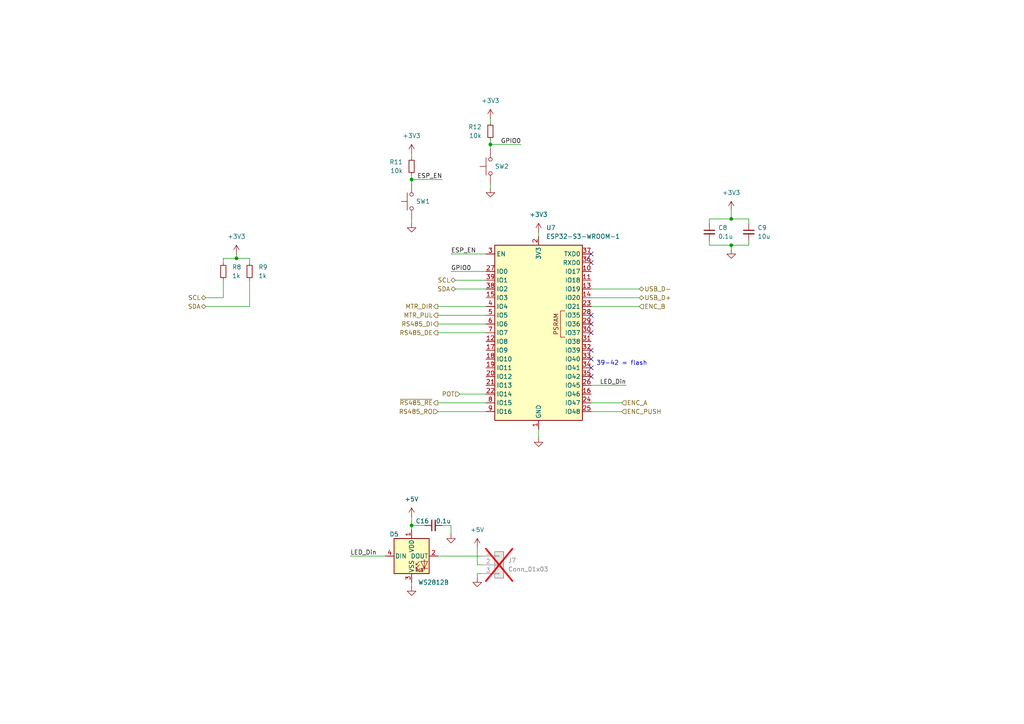
<source format=kicad_sch>
(kicad_sch (version 20231120) (generator "eeschema") (generator_version "8.0")
  (paper "A4")
  (title_block (title "OSSM!") (date "2024-08-21") (rev "V3.0 Beta 1") (company "Research & Desire"))
  (lib_symbols
    (symbol "Connector_Generic:Conn_01x03" (pin_names (offset 1.016) hide)
      (property "Reference" "J" (at 0 5.08 0))
      (property "Value" "Conn_01x03" (at 0 -5.08 0))
      (symbol "Conn_01x03_1_1"
        (rectangle (start -1.27 -2.413) (end 0 -2.667) (stroke (width 0.1524)))
        (rectangle (start -1.27 0.127) (end 0 -0.127) (stroke (width 0.1524)))
        (rectangle (start -1.27 2.667) (end 0 2.413) (stroke (width 0.1524)))
        (rectangle (start -1.27 3.81) (end 1.27 -3.81) (stroke (width 0.254)) (fill (type background)))
        (pin passive line (at -5.08 2.54 0) (length 3.81) (name "Pin_1") (number "1"))
        (pin passive line (at -5.08 0 0) (length 3.81) (name "Pin_2") (number "2"))
        (pin passive line (at -5.08 -2.54 0) (length 3.81) (name "Pin_3") (number "3"))
      )
    )
    (symbol "Device:C_Small" (pin_numbers hide) (pin_names (offset 0.254) hide)
      (property "Reference" "C" (at 0.254 1.778 0))
      (property "Value" "C_Small" (at 0.254 -2.032 0))
      (symbol "C_Small_0_1"
        (polyline (pts (xy -1.524 -0.508) (xy 1.524 -0.508)) (stroke (width 0.3302)))
        (polyline (pts (xy -1.524 0.508) (xy 1.524 0.508)) (stroke (width 0.3048)))
      )
      (symbol "C_Small_1_1"
        (pin passive line (at 0 2.54 270) (length 2.032) (name "~") (number "1"))
        (pin passive line (at 0 -2.54 90) (length 2.032) (name "~") (number "2"))
      )
    )
    (symbol "Device:R_Small" (pin_numbers hide) (pin_names (offset 0.254) hide)
      (property "Reference" "R" (at 0.762 0.508 0))
      (property "Value" "R_Small" (at 0.762 -1.016 0))
      (symbol "R_Small_0_1"
        (rectangle (start -0.762 1.778) (end 0.762 -1.778) (stroke (width 0.2032)))
      )
      (symbol "R_Small_1_1"
        (pin passive line (at 0 2.54 270) (length 0.762) (name "~") (number "1"))
        (pin passive line (at 0 -2.54 90) (length 0.762) (name "~") (number "2"))
      )
    )
    (symbol "LED:WS2812B" (pin_names (offset 0.254))
      (property "Reference" "D" (at 5.08 5.715 0))
      (property "Value" "WS2812B" (at 1.27 -5.715 0))
      (symbol "WS2812B_0_0"
        (text "RGB" (at 2.286 -4.191 0) (effects (font (size 0.762 0.762))))
      )
      (symbol "WS2812B_0_1"
        (polyline (pts (xy 1.27 -3.556) (xy 1.778 -3.556)))
        (polyline (pts (xy 1.27 -2.54) (xy 1.778 -2.54)))
        (polyline (pts (xy 4.699 -3.556) (xy 2.667 -3.556)))
        (polyline (pts (xy 2.286 -2.54) (xy 1.27 -3.556) (xy 1.27 -3.048)))
        (polyline (pts (xy 2.286 -1.524) (xy 1.27 -2.54) (xy 1.27 -2.032)))
        (polyline (pts (xy 3.683 -1.016) (xy 3.683 -3.556) (xy 3.683 -4.064)))
        (polyline (pts (xy 4.699 -1.524) (xy 2.667 -1.524) (xy 3.683 -3.556) (xy 4.699 -1.524)))
        (rectangle (start 5.08 5.08) (end -5.08 -5.08) (stroke (width 0.254)) (fill (type background)))
      )
      (symbol "WS2812B_1_1"
        (pin power_in line (at 0 7.62 270) (length 2.54) (name "VDD") (number "1"))
        (pin output line (at 7.62 0 180) (length 2.54) (name "DOUT") (number "2"))
        (pin power_in line (at 0 -7.62 90) (length 2.54) (name "VSS") (number "3"))
        (pin input line (at -7.62 0 0) (length 2.54) (name "DIN") (number "4"))
      )
    )
    (symbol "RF_Module:ESP32-S3-WROOM-1"
      (property "Reference" "U" (at -12.7 26.67 0))
      (property "Value" "ESP32-S3-WROOM-1" (at 12.7 26.67 0))
      (symbol "ESP32-S3-WROOM-1_0_0"
        (rectangle (start -12.7 25.4) (end 12.7 -25.4) (stroke (width 0.254)) (fill (type background)))
        (text "PSRAM" (at 5.08 2.54 900) (effects (font (size 1.27 1.27))))
      )
      (symbol "ESP32-S3-WROOM-1_0_1"
        (polyline (pts (xy 7.62 -1.27) (xy 6.35 -1.27) (xy 6.35 6.35) (xy 7.62 6.35)))
      )
      (symbol "ESP32-S3-WROOM-1_1_1"
        (pin power_in line (at 0 -27.94 90) (length 2.54) (name "GND") (number "1"))
        (pin bidirectional line (at 15.24 17.78 180) (length 2.54) (name "IO17") (number "10"))
        (pin bidirectional line (at 15.24 15.24 180) (length 2.54) (name "IO18") (number "11"))
        (pin bidirectional line (at -15.24 -2.54 0) (length 2.54) (name "IO8") (number "12"))
        (pin bidirectional line (at 15.24 12.7 180) (length 2.54) (name "IO19") (number "13"))
        (pin bidirectional line (at 15.24 10.16 180) (length 2.54) (name "IO20") (number "14"))
        (pin bidirectional line (at -15.24 10.16 0) (length 2.54) (name "IO3") (number "15"))
        (pin bidirectional line (at 15.24 -17.78 180) (length 2.54) (name "IO46") (number "16"))
        (pin bidirectional line (at -15.24 -5.08 0) (length 2.54) (name "IO9") (number "17"))
        (pin bidirectional line (at -15.24 -7.62 0) (length 2.54) (name "IO10") (number "18"))
        (pin bidirectional line (at -15.24 -10.16 0) (length 2.54) (name "IO11") (number "19"))
        (pin power_in line (at 0 27.94 270) (length 2.54) (name "3V3") (number "2"))
        (pin bidirectional line (at -15.24 -12.7 0) (length 2.54) (name "IO12") (number "20"))
        (pin bidirectional line (at -15.24 -15.24 0) (length 2.54) (name "IO13") (number "21"))
        (pin bidirectional line (at -15.24 -17.78 0) (length 2.54) (name "IO14") (number "22"))
        (pin bidirectional line (at 15.24 7.62 180) (length 2.54) (name "IO21") (number "23"))
        (pin bidirectional line (at 15.24 -20.32 180) (length 2.54) (name "IO47") (number "24"))
        (pin bidirectional line (at 15.24 -22.86 180) (length 2.54) (name "IO48") (number "25"))
        (pin bidirectional line (at 15.24 -15.24 180) (length 2.54) (name "IO45") (number "26"))
        (pin bidirectional line (at -15.24 17.78 0) (length 2.54) (name "IO0") (number "27"))
        (pin bidirectional line (at 15.24 5.08 180) (length 2.54) (name "IO35") (number "28"))
        (pin bidirectional line (at 15.24 2.54 180) (length 2.54) (name "IO36") (number "29"))
        (pin input line (at -15.24 22.86 0) (length 2.54) (name "EN") (number "3"))
        (pin bidirectional line (at 15.24 0 180) (length 2.54) (name "IO37") (number "30"))
        (pin bidirectional line (at 15.24 -2.54 180) (length 2.54) (name "IO38") (number "31"))
        (pin bidirectional line (at 15.24 -5.08 180) (length 2.54) (name "IO39") (number "32"))
        (pin bidirectional line (at 15.24 -7.62 180) (length 2.54) (name "IO40") (number "33"))
        (pin bidirectional line (at 15.24 -10.16 180) (length 2.54) (name "IO41") (number "34"))
        (pin bidirectional line (at 15.24 -12.7 180) (length 2.54) (name "IO42") (number "35"))
        (pin bidirectional line (at 15.24 20.32 180) (length 2.54) (name "RXD0") (number "36"))
        (pin bidirectional line (at 15.24 22.86 180) (length 2.54) (name "TXD0") (number "37"))
        (pin bidirectional line (at -15.24 12.7 0) (length 2.54) (name "IO2") (number "38"))
        (pin bidirectional line (at -15.24 15.24 0) (length 2.54) (name "IO1") (number "39"))
        (pin bidirectional line (at -15.24 7.62 0) (length 2.54) (name "IO4") (number "4"))
        (pin passive line (at 0 -27.94 90) (length 2.54) hide (name "GND") (number "40"))
        (pin passive line (at 0 -27.94 90) (length 2.54) hide (name "GND") (number "41"))
        (pin bidirectional line (at -15.24 5.08 0) (length 2.54) (name "IO5") (number "5"))
        (pin bidirectional line (at -15.24 2.54 0) (length 2.54) (name "IO6") (number "6"))
        (pin bidirectional line (at -15.24 0 0) (length 2.54) (name "IO7") (number "7"))
        (pin bidirectional line (at -15.24 -20.32 0) (length 2.54) (name "IO15") (number "8"))
        (pin bidirectional line (at -15.24 -22.86 0) (length 2.54) (name "IO16") (number "9"))
      )
    )
    (symbol "Switch:SW_Push" (pin_numbers hide) (pin_names (offset 1.016) hide)
      (property "Reference" "SW" (at 1.27 2.54 0))
      (property "Value" "SW_Push" (at 0 -1.524 0))
      (symbol "SW_Push_0_1"
        (circle (center -2.032 0) (radius 0.508))
        (polyline (pts (xy 0 1.27) (xy 0 3.048)))
        (polyline (pts (xy 2.54 1.27) (xy -2.54 1.27)))
        (circle (center 2.032 0) (radius 0.508))
        (pin passive line (at -5.08 0 0) (length 2.54) (name "1") (number "1"))
        (pin passive line (at 5.08 0 180) (length 2.54) (name "2") (number "2"))
      )
    )
    (symbol "power:+3V3" (power) (pin_numbers hide) (pin_names (offset 0) hide)
      (property "Value" "+3V3" (at 0 3.556 0))
      (symbol "+3V3_0_1"
        (polyline (pts (xy -0.762 1.27) (xy 0 2.54)))
        (polyline (pts (xy 0 0) (xy 0 2.54)))
        (polyline (pts (xy 0 2.54) (xy 0.762 1.27)))
      )
      (symbol "+3V3_1_1"
        (pin power_in line (at 0 0 90) (length 0) (name "~") (number "1"))
      )
    )
    (symbol "power:+5V" (power) (pin_numbers hide) (pin_names (offset 0) hide)
      (property "Value" "+5V" (at 0 3.556 0))
      (symbol "+5V_0_1"
        (polyline (pts (xy -0.762 1.27) (xy 0 2.54)))
        (polyline (pts (xy 0 0) (xy 0 2.54)))
        (polyline (pts (xy 0 2.54) (xy 0.762 1.27)))
      )
      (symbol "+5V_1_1"
        (pin power_in line (at 0 0 90) (length 0) (name "~") (number "1"))
      )
    )
    (symbol "power:GND" (power) (pin_numbers hide) (pin_names (offset 0) hide)
      (property "Value" "GND" (at 0 -3.81 0))
      (symbol "GND_0_1"
        (polyline (pts (xy 0 0) (xy 0 -1.27) (xy 1.27 -1.27) (xy 0 -2.54) (xy -1.27 -1.27) (xy 0 -1.27)))
      )
      (symbol "GND_1_1"
        (pin power_in line (at 0 0 270) (length 0) (name "~") (number "1"))
      )
    )
  )
  (junction (at 212.09 71.12))
  (junction (at 119.38 152.4))
  (junction (at 212.09 63.5))
  (junction (at 142.24 41.91))
  (junction (at 119.38 52.07))
  (junction (at 68.58 74.93))
  (no_connect (at 171.45 104.14))
  (no_connect (at 171.45 96.52))
  (no_connect (at 171.45 106.68))
  (no_connect (at 171.45 76.2))
  (no_connect (at 171.45 91.44))
  (no_connect (at 171.45 101.6))
  (no_connect (at 171.45 73.66))
  (no_connect (at 171.45 109.22))
  (no_connect (at 171.45 93.98))
  (wire (pts (xy 140.97 88.9) (xy 127 88.9)))
  (wire (pts (xy 119.38 149.86) (xy 119.38 152.4)))
  (wire (pts (xy 127 161.29) (xy 139.7 161.29)))
  (wire (pts (xy 133.35 114.3) (xy 140.97 114.3)))
  (wire (pts (xy 119.38 50.8) (xy 119.38 52.07)))
  (wire (pts (xy 64.77 76.2) (xy 64.77 74.93)))
  (wire (pts (xy 72.39 88.9) (xy 72.39 81.28)))
  (wire (pts (xy 119.38 52.07) (xy 128.27 52.07)))
  (wire (pts (xy 140.97 93.98) (xy 127 93.98)))
  (wire (pts (xy 156.21 124.46) (xy 156.21 127)))
  (wire (pts (xy 64.77 74.93) (xy 68.58 74.93)))
  (wire (pts (xy 171.45 86.36) (xy 185.42 86.36)))
  (wire (pts (xy 68.58 73.66) (xy 68.58 74.93)))
  (wire (pts (xy 212.09 63.5) (xy 212.09 60.96)))
  (wire (pts (xy 212.09 71.12) (xy 212.09 72.39)))
  (wire (pts (xy 101.6 161.29) (xy 111.76 161.29)))
  (wire (pts (xy 205.74 71.12) (xy 212.09 71.12)))
  (wire (pts (xy 64.77 81.28) (xy 64.77 86.36)))
  (wire (pts (xy 171.45 83.82) (xy 185.42 83.82)))
  (wire (pts (xy 138.43 158.75) (xy 138.43 163.83)))
  (wire (pts (xy 128.27 152.4) (xy 130.81 152.4)))
  (wire (pts (xy 130.81 152.4) (xy 130.81 154.94)))
  (wire (pts (xy 138.43 166.37) (xy 139.7 166.37)))
  (wire (pts (xy 59.69 88.9) (xy 72.39 88.9)))
  (wire (pts (xy 132.08 83.82) (xy 140.97 83.82)))
  (wire (pts (xy 72.39 74.93) (xy 72.39 76.2)))
  (wire (pts (xy 217.17 64.77) (xy 217.17 63.5)))
  (wire (pts (xy 140.97 119.38) (xy 127 119.38)))
  (wire (pts (xy 205.74 63.5) (xy 205.74 64.77)))
  (wire (pts (xy 140.97 96.52) (xy 127 96.52)))
  (wire (pts (xy 132.08 81.28) (xy 140.97 81.28)))
  (wire (pts (xy 119.38 152.4) (xy 123.19 152.4)))
  (wire (pts (xy 181.61 111.76) (xy 171.45 111.76)))
  (wire (pts (xy 142.24 40.64) (xy 142.24 41.91)))
  (wire (pts (xy 138.43 163.83) (xy 139.7 163.83)))
  (wire (pts (xy 138.43 167.64) (xy 138.43 166.37)))
  (wire (pts (xy 130.81 73.66) (xy 140.97 73.66)))
  (wire (pts (xy 119.38 152.4) (xy 119.38 153.67)))
  (wire (pts (xy 140.97 91.44) (xy 127 91.44)))
  (wire (pts (xy 142.24 41.91) (xy 151.13 41.91)))
  (wire (pts (xy 217.17 71.12) (xy 212.09 71.12)))
  (wire (pts (xy 119.38 63.5) (xy 119.38 64.77)))
  (wire (pts (xy 68.58 74.93) (xy 72.39 74.93)))
  (wire (pts (xy 205.74 63.5) (xy 212.09 63.5)))
  (wire (pts (xy 119.38 168.91) (xy 119.38 170.18)))
  (wire (pts (xy 185.42 88.9) (xy 171.45 88.9)))
  (wire (pts (xy 130.81 78.74) (xy 140.97 78.74)))
  (wire (pts (xy 142.24 34.29) (xy 142.24 35.56)))
  (wire (pts (xy 142.24 53.34) (xy 142.24 54.61)))
  (wire (pts (xy 180.34 119.38) (xy 171.45 119.38)))
  (wire (pts (xy 119.38 44.45) (xy 119.38 45.72)))
  (wire (pts (xy 119.38 52.07) (xy 119.38 53.34)))
  (wire (pts (xy 142.24 41.91) (xy 142.24 43.18)))
  (wire (pts (xy 217.17 69.85) (xy 217.17 71.12)))
  (wire (pts (xy 180.34 116.84) (xy 171.45 116.84)))
  (wire (pts (xy 140.97 116.84) (xy 127 116.84)))
  (wire (pts (xy 205.74 69.85) (xy 205.74 71.12)))
  (wire (pts (xy 156.21 67.31) (xy 156.21 68.58)))
  (wire (pts (xy 217.17 63.5) (xy 212.09 63.5)))
  (wire (pts (xy 59.69 86.36) (xy 64.77 86.36)))
  (text "39-42 = flash" (at 180.34 105.41 0) (effects (font (size 1.27 1.27))))
  (label "GPIO0" (at 151.13 41.91 180))
  (label "ESP_EN" (at 128.27 52.07 180))
  (label "LED_Din" (at 181.61 111.76 180))
  (label "LED_Din" (at 101.6 161.29 0))
  (label "ESP_EN" (at 130.81 73.66 0))
  (label "GPIO0" (at 130.81 78.74 0))
  (hierarchical_label "SDA" (shape bidirectional) (at 132.08 83.82 180))
  (hierarchical_label "RS485_DE" (shape output) (at 127 96.52 180))
  (hierarchical_label "ENC_PUSH" (shape input) (at 180.34 119.38 0))
  (hierarchical_label "USB_D-" (shape bidirectional) (at 185.42 83.82 0))
  (hierarchical_label "POT" (shape input) (at 133.35 114.3 180))
  (hierarchical_label "~{RS485_RE}" (shape output) (at 127 116.84 180))
  (hierarchical_label "SCL" (shape bidirectional) (at 132.08 81.28 180))
  (hierarchical_label "MTR_DIR" (shape output) (at 127 88.9 180))
  (hierarchical_label "ENC_B" (shape input) (at 185.42 88.9 0))
  (hierarchical_label "SDA" (shape bidirectional) (at 59.69 88.9 180))
  (hierarchical_label "RS485_RO" (shape input) (at 127 119.38 180))
  (hierarchical_label "SCL" (shape bidirectional) (at 59.69 86.36 180))
  (hierarchical_label "USB_D+" (shape bidirectional) (at 185.42 86.36 0))
  (hierarchical_label "MTR_PUL" (shape output) (at 127 91.44 180))
  (hierarchical_label "RS485_DI" (shape output) (at 127 93.98 180))
  (hierarchical_label "ENC_A" (shape input) (at 180.34 116.84 0))
  (symbol (lib_id "power:GND") (at 212.09 72.39 0) (unit 1)
    (property "Reference" "#PWR021" (effects (hide yes)))
    (property "Value" "GND" (effects (hide yes)))
    (property "Description" "Power symbol creates a global label with name \"GND\" , ground" (effects (hide yes)))
  )
  (symbol (lib_id "Device:C_Small") (at 125.73 152.4 90) (unit 1)
    (property "Reference" "C16" (at 124.46 151.13 90) (effects (justify left)))
    (property "Value" "0.1u" (at 130.81 151.13 90) (effects (justify left)))
    (property "Footprint" "Capacitor_SMD:C_0402_1005Metric" (effects (hide yes)))
    (property "Datasheet" "https://www.lcsc.com/product-detail/Multilayer-Ceramic-Capacitors-MLCC-SMD-SMT_Murata-Electronics-GRM155R71H104KE14D_C77020.html" (effects (hide yes)))
    (property "Description" "Unpolarized capacitor, small symbol" (effects (hide yes)))
    (property "MPN" "C77020" (effects (hide yes)))
  )
  (symbol (lib_id "power:GND") (at 119.38 170.18 0) (unit 1)
    (property "Reference" "#PWR054" (effects (hide yes)))
    (property "Value" "GND" (effects (hide yes)))
    (property "Description" "Power symbol creates a global label with name \"GND\" , ground" (effects (hide yes)))
  )
  (symbol (lib_id "power:+5V") (at 119.38 149.86 0) (unit 1)
    (property "Reference" "#PWR052" (effects (hide yes)))
    (property "Value" "+5V" (at 119.38 144.78 0))
    (property "Description" "Power symbol creates a global label with name \"+5V\"" (effects (hide yes)))
  )
  (symbol (lib_id "Device:R_Small") (at 72.39 78.74 0) (unit 1)
    (property "Reference" "R9" (at 74.93 77.4699 0) (effects (justify left)))
    (property "Value" "1k" (at 74.93 80.0099 0) (effects (justify left)))
    (property "Footprint" "Resistor_SMD:R_0402_1005Metric" (effects (hide yes)))
    (property "Description" "Resistor, small symbol" (effects (hide yes)))
  )
  (symbol (lib_id "power:GND") (at 130.81 154.94 0) (unit 1)
    (property "Reference" "#PWR053" (effects (hide yes)))
    (property "Value" "GND" (effects (hide yes)))
    (property "Description" "Power symbol creates a global label with name \"GND\" , ground" (effects (hide yes)))
  )
  (symbol (lib_id "RF_Module:ESP32-S3-WROOM-1") (at 156.21 96.52 0) (unit 1)
    (property "Reference" "U7" (at 158.4041 66.04 0) (effects (justify left)))
    (property "Value" "ESP32-S3-WROOM-1" (at 158.4041 68.58 0) (effects (justify left)))
    (property "Footprint" "RF_Module:ESP32-S3-WROOM-1" (effects (hide yes)))
    (property "Datasheet" "https://www.espressif.com/sites/default/files/documentation/esp32-s3-wroom-1_wroom-1u_datasheet_en.pdf" (effects (hide yes)))
    (property "Description" "RF Module, ESP32-S3 SoC, Wi-Fi 802.11b/g/n, Bluetooth, BLE, 32-bit, 3.3V, onboard antenna, SMD" (effects (hide yes)))
    (property "MPN" "C2913199" (effects (hide yes)))
  )
  (symbol (lib_id "Switch:SW_Push") (at 142.24 48.26 90) (unit 1)
    (property "Reference" "SW2" (at 143.51 48.2599 90) (effects (justify right)))
    (property "Value" "SW_Push" (effects (hide yes)))
    (property "Footprint" "OSSM_parts:SW_TACT_TS-1088-AR02016" (effects (hide yes)))
    (property "Datasheet" "https://www.lcsc.com/datasheet/lcsc_datasheet_2304140030_XUNPU-TS-1088-AR02016_C720477.pdf" (effects (hide yes)))
    (property "Description" "Push button switch, generic, two pins" (effects (hide yes)))
    (property "MPN" "C720477" (effects (hide yes)))
  )
  (symbol (lib_id "power:+3V3") (at 212.09 60.96 0) (unit 1)
    (property "Reference" "#PWR019" (effects (hide yes)))
    (property "Value" "+3V3" (at 212.09 55.88 0))
    (property "Description" "Power symbol creates a global label with name \"+3V3\"" (effects (hide yes)))
  )
  (symbol (lib_id "power:+3V3") (at 119.38 44.45 0) (unit 1)
    (property "Reference" "#PWR017" (effects (hide yes)))
    (property "Value" "+3V3" (at 119.38 39.37 0))
    (property "Description" "Power symbol creates a global label with name \"+3V3\"" (effects (hide yes)))
  )
  (symbol (lib_id "power:GND") (at 156.21 127 0) (unit 1)
    (property "Reference" "#PWR032" (effects (hide yes)))
    (property "Value" "GND" (effects (hide yes)))
    (property "Description" "Power symbol creates a global label with name \"GND\" , ground" (effects (hide yes)))
  )
  (symbol (lib_id "power:GND") (at 119.38 64.77 0) (unit 1)
    (property "Reference" "#PWR018" (effects (hide yes)))
    (property "Value" "GND" (effects (hide yes)))
    (property "Description" "Power symbol creates a global label with name \"GND\" , ground" (effects (hide yes)))
  )
  (symbol (lib_id "Device:C_Small") (at 217.17 67.31 0) (unit 1)
    (property "Reference" "C9" (at 219.71 66.0462 0) (effects (justify left)))
    (property "Value" "10u" (at 219.71 68.5862 0) (effects (justify left)))
    (property "Footprint" "Capacitor_SMD:C_0603_1608Metric" (effects (hide yes)))
    (property "Datasheet" "https://www.lcsc.com/product-detail/Multilayer-Ceramic-Capacitors-MLCC-SMD-SMT_Murata-Electronics-GRM188R6YA106MA73D_C194427.html" (effects (hide yes)))
    (property "Description" "Unpolarized capacitor, small symbol" (effects (hide yes)))
    (property "MPN" "C194427" (effects (hide yes)))
  )
  (symbol (lib_id "power:+3V3") (at 68.58 73.66 0) (unit 1)
    (property "Reference" "#PWR036" (effects (hide yes)))
    (property "Value" "+3V3" (at 68.58 68.58 0))
    (property "Description" "Power symbol creates a global label with name \"+3V3\"" (effects (hide yes)))
  )
  (symbol (lib_id "Device:R_Small") (at 119.38 48.26 0) (unit 1)
    (property "Reference" "R11" (at 116.84 46.9899 0) (effects (justify right)))
    (property "Value" "10k" (at 116.84 49.5299 0) (effects (justify right)))
    (property "Footprint" "Resistor_SMD:R_0402_1005Metric" (effects (hide yes)))
    (property "Description" "Resistor, small symbol" (effects (hide yes)))
  )
  (symbol (lib_id "power:GND") (at 142.24 54.61 0) (unit 1)
    (property "Reference" "#PWR030" (effects (hide yes)))
    (property "Value" "GND" (effects (hide yes)))
    (property "Description" "Power symbol creates a global label with name \"GND\" , ground" (effects (hide yes)))
  )
  (symbol (lib_id "Device:R_Small") (at 64.77 78.74 0) (unit 1)
    (property "Reference" "R8" (at 67.31 77.4699 0) (effects (justify left)))
    (property "Value" "1k" (at 67.31 80.0099 0) (effects (justify left)))
    (property "Footprint" "Resistor_SMD:R_0402_1005Metric" (effects (hide yes)))
    (property "Description" "Resistor, small symbol" (effects (hide yes)))
  )
  (symbol (lib_id "LED:WS2812B") (at 119.38 161.29 0) (unit 1)
    (property "Reference" "D5" (at 114.3 154.94 0))
    (property "Value" "WS2812B" (at 125.73 168.91 0))
    (property "Footprint" "LED_SMD:LED_WS2812B_PLCC4_5.0x5.0mm_P3.2mm" (effects (hide yes)))
    (property "Datasheet" "https://www.lcsc.com/datasheet/lcsc_datasheet_2404120946_XINGLIGHT-XL-5050RGBC-WS2812B_C2843785.pdf" (effects (hide yes)))
    (property "Description" "RGB LED with integrated controller" (effects (hide yes)))
    (property "MPN" "C2843785" (effects (hide yes)))
  )
  (symbol (lib_id "power:+3V3") (at 156.21 67.31 0) (unit 1)
    (property "Reference" "#PWR031" (effects (hide yes)))
    (property "Value" "+3V3" (at 156.21 62.23 0))
    (property "Description" "Power symbol creates a global label with name \"+3V3\"" (effects (hide yes)))
  )
  (symbol (lib_id "Device:R_Small") (at 142.24 38.1 0) (unit 1)
    (property "Reference" "R12" (at 139.7 36.8299 0) (effects (justify right)))
    (property "Value" "10k" (at 139.7 39.3699 0) (effects (justify right)))
    (property "Footprint" "Resistor_SMD:R_0402_1005Metric" (effects (hide yes)))
    (property "Description" "Resistor, small symbol" (effects (hide yes)))
  )
  (symbol (lib_id "power:+3V3") (at 142.24 34.29 0) (unit 1)
    (property "Reference" "#PWR029" (effects (hide yes)))
    (property "Value" "+3V3" (at 142.24 29.21 0))
    (property "Description" "Power symbol creates a global label with name \"+3V3\"" (effects (hide yes)))
  )
  (symbol (lib_id "power:GND") (at 138.43 167.64 0) (unit 1)
    (property "Reference" "#PWR055" (effects (hide yes)))
    (property "Value" "GND" (effects (hide yes)))
    (property "Description" "Power symbol creates a global label with name \"GND\" , ground" (effects (hide yes)))
  )
  (symbol (lib_id "Switch:SW_Push") (at 119.38 58.42 90) (unit 1)
    (property "Reference" "SW1" (at 120.65 58.4199 90) (effects (justify right)))
    (property "Value" "SW_Push" (effects (hide yes)))
    (property "Footprint" "OSSM_parts:SW_TACT_TS-1088-AR02016" (effects (hide yes)))
    (property "Datasheet" "https://www.lcsc.com/datasheet/lcsc_datasheet_2304140030_XUNPU-TS-1088-AR02016_C720477.pdf" (effects (hide yes)))
    (property "Description" "Push button switch, generic, two pins" (effects (hide yes)))
    (property "MPN" "C720477" (effects (hide yes)))
  )
  (symbol (lib_id "Device:C_Small") (at 205.74 67.31 0) (unit 1)
    (property "Reference" "C8" (at 208.28 66.0462 0) (effects (justify left)))
    (property "Value" "0.1u" (at 208.28 68.5862 0) (effects (justify left)))
    (property "Footprint" "Capacitor_SMD:C_0402_1005Metric" (effects (hide yes)))
    (property "Datasheet" "https://www.lcsc.com/product-detail/Multilayer-Ceramic-Capacitors-MLCC-SMD-SMT_Murata-Electronics-GRM155R71H104KE14D_C77020.html" (effects (hide yes)))
    (property "Description" "Unpolarized capacitor, small symbol" (effects (hide yes)))
    (property "MPN" "C77020" (effects (hide yes)))
  )
  (symbol (lib_id "Connector_Generic:Conn_01x03") (at 144.78 163.83 0) (unit 1) (in_bom no) (dnp yes)
    (property "Reference" "J7" (at 147.32 162.5599 0) (effects (justify left)))
    (property "Value" "Conn_01x03" (at 147.32 165.0999 0) (effects (justify left)))
    (property "Footprint" "Connector_PinHeader_2.54mm:PinHeader_1x03_P2.54mm_Vertical" (effects (hide yes)))
    (property "Description" "Generic connector, single row, 01x03, script generated (kicad-library-utils/schlib/autogen/connector/)" (effects (hide yes)))
  )
  (symbol (lib_id "power:+5V") (at 138.43 158.75 0) (unit 1)
    (property "Reference" "#PWR056" (effects (hide yes)))
    (property "Value" "+5V" (at 138.43 153.67 0))
    (property "Description" "Power symbol creates a global label with name \"+5V\"" (effects (hide yes)))
  )
)
</source>
